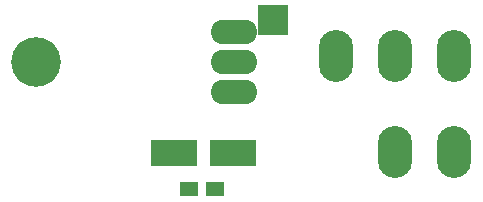
<source format=gts>
G04 #@! TF.FileFunction,Soldermask,Top*
%FSLAX46Y46*%
G04 Gerber Fmt 4.6, Leading zero omitted, Abs format (unit mm)*
G04 Created by KiCad (PCBNEW 4.0.1-stable) date 2016-06-23 02:02:48*
%MOMM*%
G01*
G04 APERTURE LIST*
%ADD10C,0.100000*%
%ADD11O,3.900120X2.099260*%
%ADD12C,4.199840*%
%ADD13R,1.600000X1.300000*%
%ADD14R,3.900120X2.200860*%
%ADD15O,2.900000X4.400000*%
%ADD16R,2.635200X2.635200*%
G04 APERTURE END LIST*
D10*
D11*
X136017000Y-97536000D03*
X136017000Y-100076000D03*
X136017000Y-94996000D03*
D12*
X119253000Y-97536000D03*
D13*
X134386500Y-108331000D03*
X132186500Y-108331000D03*
D14*
X130891280Y-105283000D03*
X135890000Y-105283000D03*
D15*
X149646000Y-105156000D03*
X154646000Y-105156000D03*
X154646000Y-97028000D03*
X149646000Y-97028000D03*
X144646000Y-97028000D03*
D16*
X139319000Y-93980000D03*
M02*

</source>
